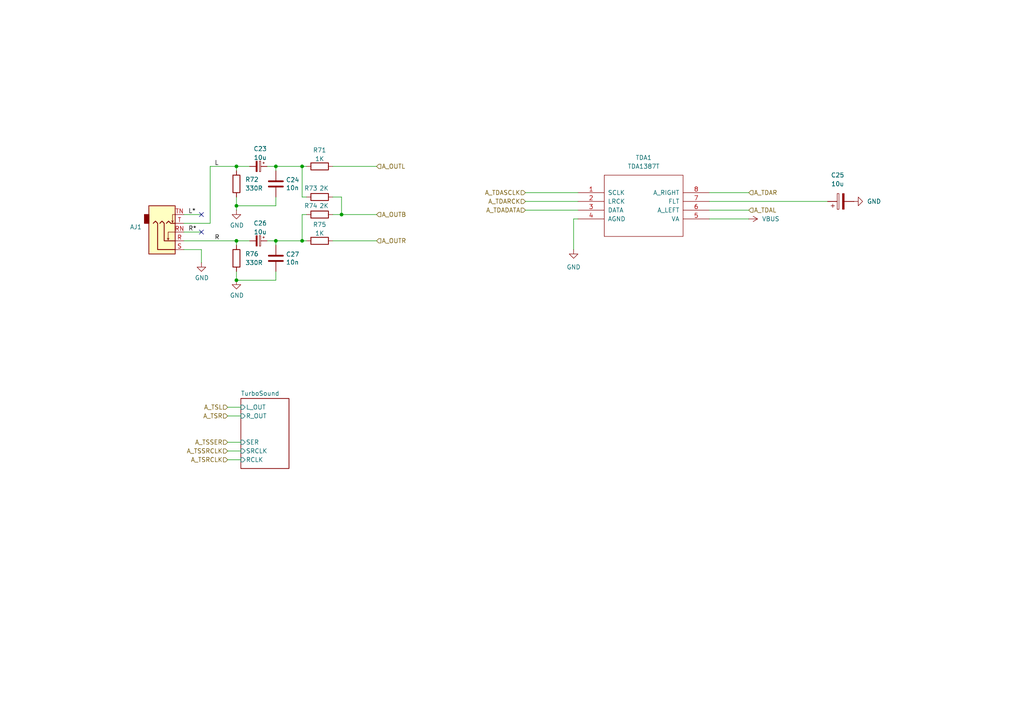
<source format=kicad_sch>
(kicad_sch (version 20250114) (generator "eeschema") (generator_version "9.0")
  (paper "A4")
  (title_block (title "TurboFRANK") (date "2025-03-03") (rev "1.02") (company "Mikhail Matveev") (comment 1 "https://github.com/xtremespb/frank"))
  (lib_symbols
    (symbol "Device:C" (pin_numbers (hide yes)) (pin_names (offset 0.254))
      (property "Reference" "C" (at 0.635 2.54 0))
      (property "Value" "C" (at 0.635 -2.54 0))
      (symbol "C_0_1"
        (polyline (pts (xy -2.032 0.762) (xy 2.032 0.762)) (stroke (width 0.508)))
        (polyline (pts (xy -2.032 -0.762) (xy 2.032 -0.762)) (stroke (width 0.508)))
      )
      (symbol "C_1_1"
        (pin passive line (at 0 3.81 270) (length 2.794) (name "~") (number "1"))
        (pin passive line (at 0 -3.81 90) (length 2.794) (name "~") (number "2"))
      )
    )
    (symbol "Device:C_Polarized" (pin_numbers (hide yes)) (pin_names (offset 0.254))
      (property "Reference" "C" (at 0.635 2.54 0))
      (property "Value" "C_Polarized" (at 0.635 -2.54 0))
      (symbol "C_Polarized_0_1"
        (rectangle (start -2.286 0.508) (end 2.286 1.016))
        (polyline (pts (xy -1.778 2.286) (xy -0.762 2.286)))
        (polyline (pts (xy -1.27 2.794) (xy -1.27 1.778)))
        (rectangle (start 2.286 -0.508) (end -2.286 -1.016) (fill (type outline)))
      )
      (symbol "C_Polarized_1_1"
        (pin passive line (at 0 3.81 270) (length 2.794) (name "~") (number "1"))
        (pin passive line (at 0 -3.81 90) (length 2.794) (name "~") (number "2"))
      )
    )
    (symbol "Device:C_Polarized_Small" (pin_numbers (hide yes)) (pin_names (offset 0.254) (hide yes))
      (property "Reference" "C" (at 0.254 1.778 0))
      (property "Value" "C_Polarized_Small" (at 0.254 -2.032 0))
      (symbol "C_Polarized_Small_0_1"
        (rectangle (start -1.524 0.6858) (end 1.524 0.3048))
        (rectangle (start -1.524 -0.3048) (end 1.524 -0.6858) (fill (type outline)))
        (polyline (pts (xy -1.27 1.524) (xy -0.762 1.524)))
        (polyline (pts (xy -1.016 1.27) (xy -1.016 1.778)))
      )
      (symbol "C_Polarized_Small_1_1"
        (pin passive line (at 0 2.54 270) (length 1.8542) (name "~") (number "1"))
        (pin passive line (at 0 -2.54 90) (length 1.8542) (name "~") (number "2"))
      )
    )
    (symbol "Device:R" (pin_numbers (hide yes)) (pin_names (offset 0))
      (property "Reference" "R" (at 2.032 0 90))
      (property "Value" "R" (at 0 0 90))
      (symbol "R_0_1"
        (rectangle (start -1.016 -2.54) (end 1.016 2.54) (stroke (width 0.254)))
      )
      (symbol "R_1_1"
        (pin passive line (at 0 3.81 270) (length 1.27) (name "~") (number "1"))
        (pin passive line (at 0 -3.81 90) (length 1.27) (name "~") (number "2"))
      )
    )
    (symbol "FRANK:AudioJack_3.5mm"
      (property "Reference" "AJ2" (at -7.1119 -4.0097 0))
      (symbol "AudioJack_3.5mm_0_1"
        (rectangle (start -5.08 -5.08) (end -6.35 -7.62) (stroke (width 0.254)) (fill (type outline)))
        (polyline (pts (xy -1.905 -5.08) (xy -1.27 -5.715) (xy -0.635 -5.08) (xy -0.635 0) (xy 2.54 0)) (stroke (width 0.254)))
        (polyline (pts (xy 0 -5.08) (xy 0.635 -5.715) (xy 1.27 -5.08) (xy 2.54 -5.08)) (stroke (width 0.254)))
        (polyline (pts (xy 0.508 -0.254) (xy 0.762 -0.762)))
        (polyline (pts (xy 1.778 -5.334) (xy 2.032 -5.842)))
        (rectangle (start 2.54 3.81) (end -5.08 -10.16) (stroke (width 0.254)) (fill (type background)))
        (polyline (pts (xy 2.54 2.54) (xy -2.54 2.54) (xy -2.54 -5.08) (xy -3.175 -5.715) (xy -3.81 -5.08)) (stroke (width 0.254)))
        (polyline (pts (xy 2.54 -2.54) (xy 0.508 -2.54) (xy 0.508 -0.254) (xy 0.254 -0.762)))
        (polyline (pts (xy 2.54 -7.62) (xy 1.778 -7.62) (xy 1.778 -5.334) (xy 1.524 -5.842)))
      )
      (symbol "AudioJack_3.5mm_1_1"
        (pin passive line (at 5.08 2.54 180) (length 2.54) (name "~") (number "S"))
        (pin passive line (at 5.08 0 180) (length 2.54) (name "~") (number "R"))
        (pin passive line (at 5.08 -2.54 180) (length 2.54) (name "~") (number "RN"))
        (pin passive line (at 5.08 -5.08 180) (length 2.54) (name "~") (number "T"))
        (pin passive line (at 5.08 -7.62 180) (length 2.54) (name "~") (number "TN"))
      )
    )
    (symbol "FRANK:TDA1387T" (pin_names (offset 1.016))
      (property "Reference" "TDA1" (at 0 13.97 0))
      (property "Value" "TDA1387T" (at 0 11.43 0))
      (symbol "TDA1387T_1_0"
        (rectangle (start -11.43 -8.89) (end 11.43 8.89))
      )
      (symbol "TDA1387T_1_1"
        (pin input line (at -19.05 3.81 0) (length 7.62) (name "SCLK") (number "1"))
        (pin input line (at -19.05 1.27 0) (length 7.62) (name "LRCK") (number "2"))
        (pin input line (at -19.05 -1.27 0) (length 7.62) (name "DATA") (number "3"))
        (pin input line (at -19.05 -3.81 0) (length 7.62) (name "AGND") (number "4"))
        (pin input line (at 19.05 3.81 180) (length 7.62) (name "A_RIGHT") (number "8"))
        (pin input line (at 19.05 1.27 180) (length 7.62) (name "FLT") (number "7"))
        (pin input line (at 19.05 -1.27 180) (length 7.62) (name "A_LEFT") (number "6"))
        (pin input line (at 19.05 -3.81 180) (length 7.62) (name "VA") (number "5"))
      )
    )
    (symbol "GND_1" (power) (pin_numbers (hide yes)) (pin_names (offset 0) (hide yes))
      (property "Value" "GND" (at 0 -3.81 0))
      (symbol "GND_1_0_1"
        (polyline (pts (xy 0 0) (xy 0 -1.27) (xy 1.27 -1.27) (xy 0 -2.54) (xy -1.27 -1.27) (xy 0 -1.27)))
      )
      (symbol "GND_1_1_1"
        (pin power_in line (at 0 0 270) (length 0) (name "~") (number "1"))
      )
    )
    (symbol "GND_2" (power) (pin_numbers (hide yes)) (pin_names (offset 0) (hide yes))
      (property "Value" "GND" (at 0 -3.81 0))
      (symbol "GND_2_0_1"
        (polyline (pts (xy 0 0) (xy 0 -1.27) (xy 1.27 -1.27) (xy 0 -2.54) (xy -1.27 -1.27) (xy 0 -1.27)))
      )
      (symbol "GND_2_1_1"
        (pin power_in line (at 0 0 270) (length 0) (name "~") (number "1"))
      )
    )
    (symbol "GND_3" (power) (pin_numbers (hide yes)) (pin_names (offset 0) (hide yes))
      (property "Value" "GND" (at 0 -3.81 0))
      (symbol "GND_3_0_1"
        (polyline (pts (xy 0 0) (xy 0 -1.27) (xy 1.27 -1.27) (xy 0 -2.54) (xy -1.27 -1.27) (xy 0 -1.27)))
      )
      (symbol "GND_3_1_1"
        (pin power_in line (at 0 0 270) (length 0) (name "~") (number "1"))
      )
    )
    (symbol "GND_6" (power) (pin_numbers (hide yes)) (pin_names (offset 0) (hide yes))
      (property "Value" "GND" (at 0 -3.81 0))
      (symbol "GND_6_0_1"
        (polyline (pts (xy 0 0) (xy 0 -1.27) (xy 1.27 -1.27) (xy 0 -2.54) (xy -1.27 -1.27) (xy 0 -1.27)))
      )
      (symbol "GND_6_1_1"
        (pin power_in line (at 0 0 270) (length 0) (name "~") (number "1"))
      )
    )
    (symbol "power:GND" (power) (pin_numbers (hide yes)) (pin_names (offset 0) (hide yes))
      (property "Value" "GND" (at 0 -3.81 0))
      (symbol "GND_0_1"
        (polyline (pts (xy 0 0) (xy 0 -1.27) (xy 1.27 -1.27) (xy 0 -2.54) (xy -1.27 -1.27) (xy 0 -1.27)))
      )
      (symbol "GND_1_1"
        (pin power_in line (at 0 0 270) (length 0) (name "~") (number "1"))
      )
    )
    (symbol "power:VBUS" (power) (pin_numbers (hide yes)) (pin_names (offset 0) (hide yes))
      (property "Value" "VBUS" (at 0 3.556 0))
      (symbol "VBUS_0_1"
        (polyline (pts (xy -0.762 1.27) (xy 0 2.54)))
        (polyline (pts (xy 0 2.54) (xy 0.762 1.27)))
        (polyline (pts (xy 0 0) (xy 0 2.54)))
      )
      (symbol "VBUS_1_1"
        (pin power_in line (at 0 0 90) (length 0) (name "~") (number "1"))
      )
    )
  )
  (junction (at 68.58 48.26))
  (junction (at 87.63 69.85))
  (junction (at 68.58 59.69))
  (junction (at 99.06 62.23))
  (junction (at 68.58 81.28))
  (junction (at 80.01 69.85))
  (junction (at 68.58 69.85))
  (junction (at 87.63 48.26))
  (junction (at 80.01 48.26))
  (no_connect (at 58.42 62.23))
  (no_connect (at 58.42 67.31))
  (wire (pts (xy 80.01 69.85) (xy 87.63 69.85)))
  (wire (pts (xy 80.01 69.85) (xy 77.47 69.85)))
  (wire (pts (xy 80.01 48.26) (xy 87.63 48.26)))
  (wire (pts (xy 60.96 48.26) (xy 68.58 48.26)))
  (wire (pts (xy 152.4 55.88) (xy 167.64 55.88)))
  (wire (pts (xy 88.9 62.23) (xy 87.63 62.23)))
  (wire (pts (xy 80.01 81.28) (xy 68.58 81.28)))
  (wire (pts (xy 66.04 128.27) (xy 69.85 128.27)))
  (wire (pts (xy 53.34 72.39) (xy 58.42 72.39)))
  (wire (pts (xy 68.58 57.15) (xy 68.58 59.69)))
  (wire (pts (xy 87.63 69.85) (xy 88.9 69.85)))
  (wire (pts (xy 80.01 59.69) (xy 68.58 59.69)))
  (wire (pts (xy 80.01 48.26) (xy 77.47 48.26)))
  (wire (pts (xy 53.34 64.77) (xy 60.96 64.77)))
  (wire (pts (xy 66.04 120.65) (xy 69.85 120.65)))
  (wire (pts (xy 205.74 60.96) (xy 217.17 60.96)))
  (wire (pts (xy 53.34 69.85) (xy 68.58 69.85)))
  (wire (pts (xy 152.4 60.96) (xy 167.64 60.96)))
  (wire (pts (xy 87.63 48.26) (xy 88.9 48.26)))
  (wire (pts (xy 66.04 130.81) (xy 69.85 130.81)))
  (wire (pts (xy 72.39 69.85) (xy 68.58 69.85)))
  (wire (pts (xy 99.06 62.23) (xy 96.52 62.23)))
  (wire (pts (xy 80.01 49.53) (xy 80.01 48.26)))
  (wire (pts (xy 80.01 57.15) (xy 80.01 59.69)))
  (wire (pts (xy 88.9 57.15) (xy 87.63 57.15)))
  (wire (pts (xy 205.74 63.5) (xy 217.17 63.5)))
  (wire (pts (xy 68.58 48.26) (xy 68.58 49.53)))
  (wire (pts (xy 68.58 59.69) (xy 68.58 60.96)))
  (wire (pts (xy 205.74 55.88) (xy 217.17 55.88)))
  (wire (pts (xy 96.52 48.26) (xy 109.22 48.26)))
  (wire (pts (xy 68.58 69.85) (xy 68.58 71.12)))
  (wire (pts (xy 96.52 57.15) (xy 99.06 57.15)))
  (wire (pts (xy 96.52 69.85) (xy 109.22 69.85)))
  (wire (pts (xy 205.74 58.42) (xy 240.03 58.42)))
  (wire (pts (xy 60.96 48.26) (xy 60.96 64.77)))
  (wire (pts (xy 68.58 78.74) (xy 68.58 81.28)))
  (wire (pts (xy 99.06 62.23) (xy 109.22 62.23)))
  (wire (pts (xy 99.06 57.15) (xy 99.06 62.23)))
  (wire (pts (xy 80.01 78.74) (xy 80.01 81.28)))
  (wire (pts (xy 66.04 118.11) (xy 69.85 118.11)))
  (wire (pts (xy 58.42 72.39) (xy 58.42 76.2)))
  (wire (pts (xy 72.39 48.26) (xy 68.58 48.26)))
  (wire (pts (xy 66.04 133.35) (xy 69.85 133.35)))
  (wire (pts (xy 53.34 67.31) (xy 58.42 67.31)))
  (wire (pts (xy 80.01 71.12) (xy 80.01 69.85)))
  (wire (pts (xy 167.64 63.5) (xy 166.37 63.5)))
  (wire (pts (xy 53.34 62.23) (xy 58.42 62.23)))
  (wire (pts (xy 152.4 58.42) (xy 167.64 58.42)))
  (wire (pts (xy 87.63 62.23) (xy 87.63 69.85)))
  (wire (pts (xy 166.37 63.5) (xy 166.37 72.39)))
  (wire (pts (xy 87.63 48.26) (xy 87.63 57.15)))
  (label "L" (at 62.23 48.26 0))
  (label "R" (at 62.23 69.85 0))
  (label "L*" (at 54.61 62.23 0))
  (label "R*" (at 54.61 67.31 0))
  (hierarchical_label "A_TSSRCLK" (shape input) (at 66.04 130.81 180))
  (hierarchical_label "A_OUTL" (shape input) (at 109.22 48.26 0))
  (hierarchical_label "A_TSSER" (shape input) (at 66.04 128.27 180))
  (hierarchical_label "A_OUTB" (shape input) (at 109.22 62.23 0))
  (hierarchical_label "A_TDAL" (shape input) (at 217.17 60.96 0))
  (hierarchical_label "A_TDASCLK" (shape input) (at 152.4 55.88 180))
  (hierarchical_label "A_TDAR" (shape input) (at 217.17 55.88 0))
  (hierarchical_label "A_TSL" (shape input) (at 66.04 118.11 180))
  (hierarchical_label "A_TDARCK" (shape input) (at 152.4 58.42 180))
  (hierarchical_label "A_TSR" (shape input) (at 66.04 120.65 180))
  (hierarchical_label "A_OUTR" (shape input) (at 109.22 69.85 0))
  (hierarchical_label "A_TSRCLK" (shape input) (at 66.04 133.35 180))
  (hierarchical_label "A_TDADATA" (shape input) (at 152.4 60.96 180))
  (symbol (lib_id "power:GND") (at 166.37 72.39 0) (unit 1)
    (property "Reference" "#PWR078" (effects (hide yes)))
    (property "Value" "GND" (at 166.37 77.47 0))
    (property "Description" "Power symbol creates a global label with name \"GND\" , ground" (effects (hide yes)))
  )
  (symbol (lib_id "Device:R") (at 92.71 57.15 90) (unit 1)
    (property "Reference" "R73" (at 90.17 54.61 90))
    (property "Value" "2K" (at 93.98 54.61 90))
    (property "Footprint" "FRANK:Resistor (0805)" (effects (hide yes)))
    (property "Datasheet" "https://www.vishay.com/docs/28952/mcs0402at-mct0603at-mcu0805at-mca1206at.pdf" (effects (hide yes)))
    (property "AliExpress" "https://www.aliexpress.com/item/1005005945735199.html" (effects (hide yes)))
  )
  (symbol (lib_id "Device:C_Polarized_Small") (at 74.93 69.85 270) (unit 1)
    (property "Reference" "C26" (at 75.4761 64.7532 90))
    (property "Value" "10u" (at 75.4761 67.2901 90))
    (property "Footprint" "FRANK:Capacitor (3528, tantalum, polar)" (effects (hide yes)))
    (property "Datasheet" "https://eu.mouser.com/datasheet/2/447/KEM_T2005_T491-3316937.pdf" (effects (hide yes)))
    (property "AliExpress" "https://www.aliexpress.com/item/1005006870280809.html" (effects (hide yes)))
  )
  (symbol (lib_id "Device:C_Polarized") (at 243.84 58.42 90) (unit 1)
    (property "Reference" "C25" (at 242.951 50.8 90))
    (property "Value" "10u" (at 242.951 53.34 90))
    (property "Footprint" "FRANK:Capacitor (3528, tantalum, polar)" (effects (hide yes)))
    (property "Datasheet" "https://eu.mouser.com/datasheet/2/447/KEM_T2005_T491-3316937.pdf" (effects (hide yes)))
    (property "Description" "Polarized capacitor" (effects (hide yes)))
    (property "AliExpress" "https://www.aliexpress.com/item/1005006870280809.html" (effects (hide yes)))
  )
  (symbol (lib_id "Device:R") (at 92.71 69.85 90) (unit 1)
    (property "Reference" "R75" (at 92.71 65.1342 90))
    (property "Value" "1K" (at 92.71 67.6711 90))
    (property "Footprint" "FRANK:Resistor (0805)" (effects (hide yes)))
    (property "Datasheet" "https://www.vishay.com/docs/28952/mcs0402at-mct0603at-mcu0805at-mca1206at.pdf" (effects (hide yes)))
    (property "AliExpress" "https://www.aliexpress.com/item/1005005945735199.html" (effects (hide yes)))
  )
  (symbol (lib_id "Device:R") (at 68.58 74.93 0) (unit 1)
    (property "Reference" "R76" (at 71.12 73.6599 0) (effects (justify left)))
    (property "Value" "330R" (at 71.12 76.1999 0) (effects (justify left)))
    (property "Footprint" "FRANK:Resistor (0805)" (effects (hide yes)))
    (property "Datasheet" "https://www.vishay.com/docs/28952/mcs0402at-mct0603at-mcu0805at-mca1206at.pdf" (effects (hide yes)))
    (property "AliExpress" "https://www.aliexpress.com/item/1005005945735199.html" (effects (hide yes)))
  )
  (symbol (lib_id "Device:R") (at 92.71 62.23 90) (unit 1)
    (property "Reference" "R74" (at 90.17 59.69 90))
    (property "Value" "2K" (at 93.98 59.69 90))
    (property "Footprint" "FRANK:Resistor (0805)" (effects (hide yes)))
    (property "Datasheet" "https://www.vishay.com/docs/28952/mcs0402at-mct0603at-mcu0805at-mca1206at.pdf" (effects (hide yes)))
    (property "AliExpress" "https://www.aliexpress.com/item/1005005945735199.html" (effects (hide yes)))
  )
  (symbol (lib_name "GND_3") (lib_id "power:GND") (at 68.58 60.96 0) (unit 1)
    (property "Reference" "#PWR076" (effects (hide yes)))
    (property "Value" "GND" (at 68.707 65.3542 0))
    (property "Description" "Power symbol creates a global label with name \"GND\" , ground" (effects (hide yes)))
  )
  (symbol (lib_id "Device:R") (at 92.71 48.26 90) (unit 1)
    (property "Reference" "R71" (at 92.71 43.5442 90))
    (property "Value" "1K" (at 92.71 46.0811 90))
    (property "Footprint" "FRANK:Resistor (0805)" (effects (hide yes)))
    (property "Datasheet" "https://www.vishay.com/docs/28952/mcs0402at-mct0603at-mcu0805at-mca1206at.pdf" (effects (hide yes)))
    (property "AliExpress" "https://www.aliexpress.com/item/1005005945735199.html" (effects (hide yes)))
  )
  (symbol (lib_id "FRANK:TDA1387T") (at 186.69 59.69 0) (unit 1)
    (property "Reference" "TDA1" (at 186.69 45.72 0))
    (property "Value" "TDA1387T" (at 186.69 48.26 0))
    (property "Footprint" "FRANK:SOIC-8" (effects (hide yes)))
    (property "Datasheet" "https://github.com/xtremespb/frank/raw/refs/heads/minifrank_rev2/DOCS/TDA1387T.pdf" (effects (hide yes)))
    (property "AliExpress" "https://www.aliexpress.com/item/32995595000.html" (effects (hide yes)))
  )
  (symbol (lib_name "GND_6") (lib_id "power:GND") (at 247.65 58.42 90) (unit 1)
    (property "Reference" "#PWR075" (effects (hide yes)))
    (property "Value" "GND" (at 251.46 58.4199 90) (effects (justify right)))
    (property "Description" "Power symbol creates a global label with name \"GND\" , ground" (effects (hide yes)))
  )
  (symbol (lib_id "FRANK:AudioJack_3.5mm") (at 48.26 69.85 0) (mirror x) (unit 1)
    (property "Reference" "AJ1" (at 41.1481 65.8403 0) (effects (justify right)))
    (property "Value" "SJ1-353XNG" (effects (hide yes)))
    (property "Footprint" "FRANK:Jack (3.5mm)" (effects (hide yes)))
    (property "Datasheet" "https://eu.mouser.com/datasheet/2/1628/sj1_353xng-3511142.pdf" (effects (hide yes)))
    (property "AliExpress" "https://www.aliexpress.com/item/1005006710837751.html" (effects (hide yes)))
  )
  (symbol (lib_id "power:VBUS") (at 217.17 63.5 270) (unit 1)
    (property "Reference" "#PWR077" (effects (hide yes)))
    (property "Value" "VBUS" (at 220.98 63.4999 90) (effects (justify left)))
    (property "Description" "Power symbol creates a global label with name \"VBUS\"" (effects (hide yes)))
  )
  (symbol (lib_id "Device:C") (at 80.01 74.93 0) (unit 1)
    (property "Reference" "C27" (at 82.931 73.7616 0) (effects (justify left)))
    (property "Value" "10n" (at 82.931 76.073 0) (effects (justify left)))
    (property "Footprint" "FRANK:Capacitor (0805)" (effects (hide yes)))
    (property "Datasheet" "https://eu.mouser.com/datasheet/2/40/KGM_X7R-3223212.pdf" (effects (hide yes)))
    (property "AliExpress" "https://www.aliexpress.com/item/33008008276.html" (effects (hide yes)))
  )
  (symbol (lib_id "Device:C") (at 80.01 53.34 0) (unit 1)
    (property "Reference" "C24" (at 82.931 52.1716 0) (effects (justify left)))
    (property "Value" "10n" (at 82.931 54.483 0) (effects (justify left)))
    (property "Footprint" "FRANK:Capacitor (0805)" (effects (hide yes)))
    (property "Datasheet" "https://eu.mouser.com/datasheet/2/40/KGM_X7R-3223212.pdf" (effects (hide yes)))
    (property "AliExpress" "https://www.aliexpress.com/item/33008008276.html" (effects (hide yes)))
  )
  (symbol (lib_id "Device:C_Polarized_Small") (at 74.93 48.26 270) (unit 1)
    (property "Reference" "C23" (at 75.4761 43.1632 90))
    (property "Value" "10u" (at 75.4761 45.7001 90))
    (property "Footprint" "FRANK:Capacitor (3528, tantalum, polar)" (effects (hide yes)))
    (property "Datasheet" "https://eu.mouser.com/datasheet/2/447/KEM_T2005_T491-3316937.pdf" (effects (hide yes)))
    (property "AliExpress" "https://www.aliexpress.com/item/1005006870280809.html" (effects (hide yes)))
  )
  (symbol (lib_name "GND_2") (lib_id "power:GND") (at 68.58 81.28 0) (unit 1)
    (property "Reference" "#PWR080" (effects (hide yes)))
    (property "Value" "GND" (at 68.707 85.6742 0))
    (property "Description" "Power symbol creates a global label with name \"GND\" , ground" (effects (hide yes)))
  )
  (symbol (lib_id "Device:R") (at 68.58 53.34 0) (unit 1)
    (property "Reference" "R72" (at 71.12 52.0699 0) (effects (justify left)))
    (property "Value" "330R" (at 71.12 54.6099 0) (effects (justify left)))
    (property "Footprint" "FRANK:Resistor (0805)" (effects (hide yes)))
    (property "Datasheet" "https://www.vishay.com/docs/28952/mcs0402at-mct0603at-mcu0805at-mca1206at.pdf" (effects (hide yes)))
    (property "AliExpress" "https://www.aliexpress.com/item/1005005945735199.html" (effects (hide yes)))
  )
  (symbol (lib_name "GND_1") (lib_id "power:GND") (at 58.42 76.2 0) (unit 1)
    (property "Reference" "#PWR079" (effects (hide yes)))
    (property "Value" "GND" (at 58.547 80.5942 0))
    (property "Description" "Power symbol creates a global label with name \"GND\" , ground" (effects (hide yes)))
  )
  (sheet (at 69.85 115.57) (size 13.97 20.32) (stroke (width 0.1524))
    (property "Sheetname" "TurboSound" (at 69.85 114.8584 0) (effects (justify left bottom)))
    (property "Sheetfile" "turbosound.kicad_sch" (effects (hide yes)))
    (pin "L_OUT" input (at 69.85 118.11 180))
    (pin "R_OUT" input (at 69.85 120.65 180))
    (pin "SER" input (at 69.85 128.27 180))
    (pin "SRCLK" input (at 69.85 130.81 180))
    (pin "RCLK" input (at 69.85 133.35 180))
  )
)
</source>
